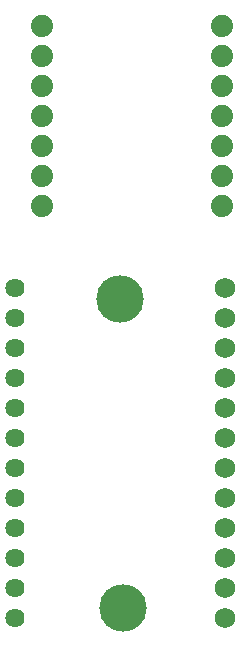
<source format=gbs>
G04 Layer: BottomSolderMaskLayer*
G04 EasyEDA v6.5.37, 2023-11-02 15:14:11*
G04 51ebc0fc367c43e49b7c5eeb1a90c70c,3a11b6de39944756a1cf0add2bf12301,10*
G04 Gerber Generator version 0.2*
G04 Scale: 100 percent, Rotated: No, Reflected: No *
G04 Dimensions in millimeters *
G04 leading zeros omitted , absolute positions ,4 integer and 5 decimal *
%FSLAX45Y45*%
%MOMM*%

%ADD10C,1.6256*%
%ADD11C,1.7272*%
%ADD12C,4.0132*%
%ADD13C,1.8796*%

%LPD*%
D10*
G01*
X1943100Y3327400D03*
G01*
X1943100Y3073400D03*
G01*
X1943100Y2819400D03*
G01*
X1943100Y2565400D03*
G01*
X1943100Y2311400D03*
G01*
X1943100Y2057400D03*
G01*
X1943100Y1803400D03*
G01*
X1943100Y1549400D03*
G01*
X1943100Y1295400D03*
G01*
X1943100Y1041400D03*
G01*
X1943100Y787400D03*
G01*
X1943100Y533400D03*
D11*
G01*
X3721100Y533400D03*
G01*
X3721100Y787400D03*
G01*
X3721100Y1041400D03*
G01*
X3721100Y1295400D03*
G01*
X3721100Y1549400D03*
G01*
X3721100Y1803400D03*
G01*
X3721100Y2057400D03*
G01*
X3721100Y2311400D03*
G01*
X3721100Y2565400D03*
G01*
X3721100Y2819400D03*
G01*
X3721100Y3073400D03*
G01*
X3721100Y3327400D03*
D12*
G01*
X2832100Y3238500D03*
G01*
X2857500Y622300D03*
D13*
G01*
X2171700Y5295900D03*
G01*
X2171700Y5041900D03*
G01*
X2171700Y4787900D03*
G01*
X2171700Y4533900D03*
G01*
X2171700Y4279900D03*
G01*
X2171700Y4025900D03*
G01*
X2171700Y5549900D03*
G01*
X3695700Y5549900D03*
G01*
X3695700Y4025900D03*
G01*
X3695700Y4279900D03*
G01*
X3695700Y4533900D03*
G01*
X3695700Y4787900D03*
G01*
X3695700Y5041900D03*
G01*
X3695700Y5295900D03*
M02*

</source>
